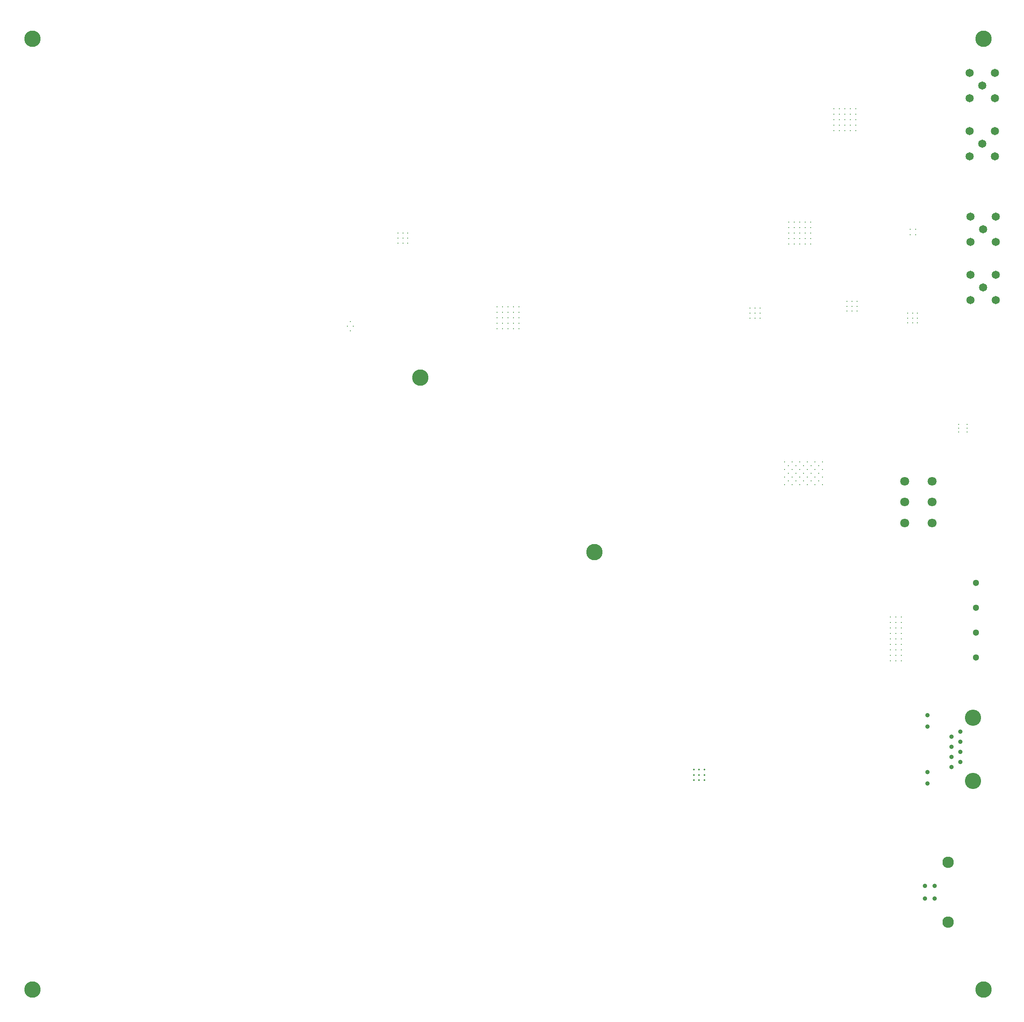
<source format=gbr>
%TF.GenerationSoftware,Altium Limited,Altium Designer,23.11.1 (41)*%
G04 Layer_Color=0*
%FSLAX45Y45*%
%MOMM*%
%TF.SameCoordinates,85413206-E3E1-404A-8318-C17176F6EAC7*%
%TF.FilePolarity,Positive*%
%TF.FileFunction,Plated,1,12,PTH,Drill*%
%TF.Part,Single*%
G01*
G75*
%TA.AperFunction,ComponentDrill*%
%ADD244C,3.30000*%
%ADD245C,1.65000*%
%ADD246C,3.25120*%
%ADD247C,0.88900*%
%ADD248C,2.30000*%
%ADD249C,0.90000*%
%ADD250C,0.35000*%
%ADD251C,1.30000*%
%ADD252C,1.80340*%
%TA.AperFunction,ViaDrill,NotFilled*%
%ADD253C,0.15240*%
%ADD254C,0.30480*%
%ADD255C,0.30000*%
%ADD256C,0.20000*%
%ADD257C,0.25400*%
D244*
X11744001Y9247042D02*
D03*
X8244001Y12747042D02*
D03*
X457199Y19557999D02*
D03*
Y457199D02*
D03*
X19557999D02*
D03*
Y19557999D02*
D03*
D245*
X19276059Y17193259D02*
D03*
X19784059D02*
D03*
Y17701259D02*
D03*
X19276059D02*
D03*
X19530058Y17447260D02*
D03*
X19545297Y15731273D02*
D03*
X19291296Y15985274D02*
D03*
X19799297D02*
D03*
Y15477274D02*
D03*
X19291296D02*
D03*
X19545297Y14562872D02*
D03*
X19291296Y14816873D02*
D03*
X19799297D02*
D03*
Y14308873D02*
D03*
X19291296D02*
D03*
X19530058Y18615659D02*
D03*
X19276059Y18869659D02*
D03*
X19784059D02*
D03*
Y18361659D02*
D03*
X19276059D02*
D03*
D246*
X19339796Y5918199D02*
D03*
Y4648199D02*
D03*
D247*
X19085797Y5638799D02*
D03*
Y5435599D02*
D03*
Y5232399D02*
D03*
Y5029199D02*
D03*
X18907997Y5537199D02*
D03*
Y5333999D02*
D03*
Y5130799D02*
D03*
Y4927599D02*
D03*
X18425397Y5968999D02*
D03*
Y4825999D02*
D03*
Y4597399D02*
D03*
Y5740399D02*
D03*
D248*
X18846799Y3014999D02*
D03*
Y1810998D02*
D03*
D249*
X18576802Y2288000D02*
D03*
Y2538002D02*
D03*
X18376802Y2288000D02*
D03*
Y2538002D02*
D03*
D250*
X13736798Y4875698D02*
D03*
X13843797D02*
D03*
X13950798D02*
D03*
X13736798Y4768698D02*
D03*
X13843797D02*
D03*
X13950798D02*
D03*
X13736798Y4661698D02*
D03*
X13843797D02*
D03*
X13950798D02*
D03*
D251*
X19405598Y7128001D02*
D03*
Y7628000D02*
D03*
Y8127999D02*
D03*
Y8627998D02*
D03*
D252*
X17973201Y9828000D02*
D03*
Y10248000D02*
D03*
Y10667999D02*
D03*
X18523198Y9828000D02*
D03*
Y10248000D02*
D03*
Y10667999D02*
D03*
D253*
X5372100Y10528300D02*
D03*
X4280330Y10687101D02*
D03*
Y10864900D02*
D03*
X7151218Y12664638D02*
D03*
Y12867838D02*
D03*
X7354418D02*
D03*
Y12664638D02*
D03*
X7544918D02*
D03*
Y12867838D02*
D03*
X6948018Y12664638D02*
D03*
Y12867838D02*
D03*
X7748118Y12664638D02*
D03*
Y12867838D02*
D03*
X3149600Y14147946D02*
D03*
Y14960745D02*
D03*
Y14757545D02*
D03*
Y14554346D02*
D03*
Y14351146D02*
D03*
Y16789546D02*
D03*
Y16586346D02*
D03*
Y16383147D02*
D03*
Y15773546D02*
D03*
Y15976746D02*
D03*
Y16179945D02*
D03*
Y15570346D02*
D03*
Y15367146D02*
D03*
Y15163947D02*
D03*
Y18211800D02*
D03*
Y18414999D02*
D03*
Y18618201D02*
D03*
Y18008600D02*
D03*
Y17805400D02*
D03*
Y17602200D02*
D03*
Y16992599D02*
D03*
Y17195799D02*
D03*
Y17399001D02*
D03*
Y18821400D02*
D03*
X2743200Y12725254D02*
D03*
Y12522054D02*
D03*
Y12928600D02*
D03*
Y13335001D02*
D03*
Y13538200D02*
D03*
Y13131799D02*
D03*
X5461000Y14770245D02*
D03*
Y14973447D02*
D03*
Y16395847D02*
D03*
Y16599046D02*
D03*
Y16802246D02*
D03*
Y16192645D02*
D03*
Y15989445D02*
D03*
Y15786246D02*
D03*
Y15176646D02*
D03*
Y15379846D02*
D03*
Y15583046D02*
D03*
Y18630901D02*
D03*
Y18427699D02*
D03*
Y18224500D02*
D03*
Y17614900D02*
D03*
Y17818100D02*
D03*
Y18021300D02*
D03*
Y17411700D02*
D03*
Y17208501D02*
D03*
Y17005299D02*
D03*
Y18834100D02*
D03*
X5257800Y14973447D02*
D03*
Y14770245D02*
D03*
X5054600D02*
D03*
Y14973447D02*
D03*
Y16395847D02*
D03*
Y16599046D02*
D03*
Y16802246D02*
D03*
X5257800D02*
D03*
Y16599046D02*
D03*
Y16395847D02*
D03*
Y15786246D02*
D03*
Y15989445D02*
D03*
Y16192645D02*
D03*
X5054600D02*
D03*
Y15989445D02*
D03*
Y15786246D02*
D03*
Y15176646D02*
D03*
Y15379846D02*
D03*
Y15583046D02*
D03*
X5257800D02*
D03*
Y15379846D02*
D03*
Y15176646D02*
D03*
X5054600Y18630901D02*
D03*
Y18427699D02*
D03*
Y18224500D02*
D03*
X5257800D02*
D03*
Y18427699D02*
D03*
Y18630901D02*
D03*
Y18021300D02*
D03*
Y17818100D02*
D03*
Y17614900D02*
D03*
X5054600D02*
D03*
Y17818100D02*
D03*
Y18021300D02*
D03*
Y17411700D02*
D03*
Y17208501D02*
D03*
Y17005299D02*
D03*
X5257800D02*
D03*
Y17208501D02*
D03*
Y17411700D02*
D03*
Y18834100D02*
D03*
X5054600D02*
D03*
X2743200Y18821400D02*
D03*
X2946400D02*
D03*
Y17399001D02*
D03*
Y17195799D02*
D03*
Y16992599D02*
D03*
X2743200D02*
D03*
Y17195799D02*
D03*
Y17399001D02*
D03*
Y18008600D02*
D03*
Y17805400D02*
D03*
Y17602200D02*
D03*
X2946400D02*
D03*
Y17805400D02*
D03*
Y18008600D02*
D03*
Y18618201D02*
D03*
Y18414999D02*
D03*
Y18211800D02*
D03*
X2743200D02*
D03*
Y18414999D02*
D03*
Y18618201D02*
D03*
X2946400Y15163947D02*
D03*
Y15367146D02*
D03*
Y15570346D02*
D03*
X2743200D02*
D03*
Y15367146D02*
D03*
Y15163947D02*
D03*
Y15773546D02*
D03*
Y15976746D02*
D03*
Y16179945D02*
D03*
X2946400D02*
D03*
Y15976746D02*
D03*
Y15773546D02*
D03*
Y16383147D02*
D03*
Y16586346D02*
D03*
Y16789546D02*
D03*
X2743200D02*
D03*
Y16586346D02*
D03*
Y16383147D02*
D03*
X2946400Y14351146D02*
D03*
X2743200D02*
D03*
Y14960745D02*
D03*
Y14757545D02*
D03*
Y14554346D02*
D03*
X2946400D02*
D03*
Y14757545D02*
D03*
Y14960745D02*
D03*
X2743200Y14147946D02*
D03*
X2946400D02*
D03*
X2743200Y13741400D02*
D03*
Y13944600D02*
D03*
X15201900Y14300200D02*
D03*
X15405099D02*
D03*
Y14503400D02*
D03*
X15201900D02*
D03*
X15608299D02*
D03*
X15811501D02*
D03*
Y14300200D02*
D03*
X15608299D02*
D03*
X17183099Y13893800D02*
D03*
X14833600Y15530302D02*
D03*
X14935201D02*
D03*
Y15428702D02*
D03*
X14833600D02*
D03*
X18834100Y19215100D02*
D03*
Y19418300D02*
D03*
Y19608800D02*
D03*
Y19812000D02*
D03*
X18224500D02*
D03*
X18427699D02*
D03*
X18630901D02*
D03*
Y19608800D02*
D03*
X18427699D02*
D03*
X18224500D02*
D03*
Y19418300D02*
D03*
X18427699D02*
D03*
X18630901D02*
D03*
Y19215100D02*
D03*
X18427699D02*
D03*
X18224500D02*
D03*
X14389101D02*
D03*
X14592300D02*
D03*
X14795500D02*
D03*
Y19418300D02*
D03*
X14592300D02*
D03*
X14389101D02*
D03*
Y19608800D02*
D03*
X14592300D02*
D03*
X14795500D02*
D03*
Y19812000D02*
D03*
X14592300D02*
D03*
X14389101D02*
D03*
X14998700D02*
D03*
X15201900D02*
D03*
X15405099D02*
D03*
Y19608800D02*
D03*
X15201900D02*
D03*
X14998700D02*
D03*
Y19418300D02*
D03*
X15201900D02*
D03*
X15405099D02*
D03*
Y19215100D02*
D03*
X15201900D02*
D03*
X14998700D02*
D03*
X15608299D02*
D03*
X15811501D02*
D03*
X16014700D02*
D03*
Y19418300D02*
D03*
X15811501D02*
D03*
X15608299D02*
D03*
Y19608800D02*
D03*
X15811501D02*
D03*
X16014700D02*
D03*
Y19812000D02*
D03*
X15811501D02*
D03*
X15608299D02*
D03*
X16611600D02*
D03*
X16814799D02*
D03*
X17017999D02*
D03*
Y19608800D02*
D03*
X16814799D02*
D03*
X16611600D02*
D03*
Y19418300D02*
D03*
X16814799D02*
D03*
X17017999D02*
D03*
X16611600Y19215100D02*
D03*
X16205200D02*
D03*
X16408400D02*
D03*
Y19418300D02*
D03*
X16205200D02*
D03*
Y19608800D02*
D03*
X16408400D02*
D03*
Y19812000D02*
D03*
X16205200D02*
D03*
X17208501D02*
D03*
X17411700D02*
D03*
Y19608800D02*
D03*
X17208501D02*
D03*
Y19418300D02*
D03*
X17411700D02*
D03*
Y19215100D02*
D03*
X17208501D02*
D03*
X17614900D02*
D03*
X17818100D02*
D03*
X18021300D02*
D03*
Y19418300D02*
D03*
X17818100D02*
D03*
X17614900D02*
D03*
Y19608800D02*
D03*
X17818100D02*
D03*
X18021300D02*
D03*
Y19812000D02*
D03*
X17818100D02*
D03*
X17614900D02*
D03*
X19843686Y13747263D02*
D03*
X19640488D02*
D03*
X19437286D02*
D03*
X19500482Y15029259D02*
D03*
X19703682D02*
D03*
Y15232458D02*
D03*
X19500482D02*
D03*
X19297282D02*
D03*
Y15029259D02*
D03*
X19316701Y16357600D02*
D03*
Y16560800D02*
D03*
X19519901D02*
D03*
X19723100D02*
D03*
Y16357600D02*
D03*
X19519901D02*
D03*
X17297400Y16738600D02*
D03*
X17500600D02*
D03*
X17703799D02*
D03*
Y16941800D02*
D03*
X17500600D02*
D03*
X17297400D02*
D03*
X17907001D02*
D03*
X18110201D02*
D03*
X18313400D02*
D03*
Y16738600D02*
D03*
X18110201D02*
D03*
X17907001D02*
D03*
X18516600D02*
D03*
X18719800D02*
D03*
X18923000D02*
D03*
Y16941800D02*
D03*
X18719800D02*
D03*
X18516600D02*
D03*
X19519901D02*
D03*
X19723100D02*
D03*
Y16738600D02*
D03*
X19519901D02*
D03*
X19113499D02*
D03*
X19316701D02*
D03*
Y16941800D02*
D03*
X19113499D02*
D03*
X13462000Y16738600D02*
D03*
X13665199D02*
D03*
X13868401D02*
D03*
Y16941800D02*
D03*
X13665199D02*
D03*
X13462000D02*
D03*
X14071600D02*
D03*
X14274800D02*
D03*
X14478000D02*
D03*
Y16738600D02*
D03*
X14274800D02*
D03*
X14071600D02*
D03*
X14681200D02*
D03*
X14884399D02*
D03*
X15087601D02*
D03*
Y16941800D02*
D03*
X14884399D02*
D03*
X14681200D02*
D03*
X15684500D02*
D03*
X15887700D02*
D03*
X16090900D02*
D03*
Y16738600D02*
D03*
X15887700D02*
D03*
X15684500D02*
D03*
X15278101D02*
D03*
X15481300D02*
D03*
Y16941800D02*
D03*
X15278101D02*
D03*
X16281400D02*
D03*
X16484599D02*
D03*
Y16738600D02*
D03*
X16281400D02*
D03*
X16687801D02*
D03*
X16891000D02*
D03*
X17094200D02*
D03*
Y16941800D02*
D03*
X16891000D02*
D03*
X16687801D02*
D03*
X16916400Y13627100D02*
D03*
Y13436600D02*
D03*
X17373599Y13309599D02*
D03*
X17183099D02*
D03*
X17843500Y13404388D02*
D03*
X17653000D02*
D03*
X4368800Y12280900D02*
D03*
Y12484100D02*
D03*
X4165600D02*
D03*
Y12280900D02*
D03*
X4775200D02*
D03*
Y12484100D02*
D03*
Y12687300D02*
D03*
X4572000D02*
D03*
Y12484100D02*
D03*
Y12280900D02*
D03*
Y12890500D02*
D03*
X4775200D02*
D03*
X14414500Y13462000D02*
D03*
X14617700D02*
D03*
X14808200D02*
D03*
X14211301D02*
D03*
X14008099D02*
D03*
X13817599D02*
D03*
X13614400D02*
D03*
X16256000Y13068300D02*
D03*
Y13271500D02*
D03*
Y13474699D02*
D03*
X16459200D02*
D03*
Y13271500D02*
D03*
Y13068300D02*
D03*
X16649699D02*
D03*
Y13271500D02*
D03*
Y13474699D02*
D03*
X16052800Y13068300D02*
D03*
Y13271500D02*
D03*
Y13474699D02*
D03*
X15849600D02*
D03*
Y13271500D02*
D03*
Y13068300D02*
D03*
X15659100D02*
D03*
Y13271500D02*
D03*
Y13474699D02*
D03*
X15455901D02*
D03*
Y13271500D02*
D03*
Y13068300D02*
D03*
X16992599Y12026900D02*
D03*
X17195799D02*
D03*
X17399001D02*
D03*
Y11823700D02*
D03*
X17195799D02*
D03*
X16992599D02*
D03*
Y11633200D02*
D03*
X17195799D02*
D03*
X17399001D02*
D03*
X16992599Y12230100D02*
D03*
X17195799D02*
D03*
X17399001D02*
D03*
Y12433300D02*
D03*
X17195799D02*
D03*
X16992599D02*
D03*
Y12623800D02*
D03*
X17195799D02*
D03*
X17399001D02*
D03*
Y12827000D02*
D03*
X17195799D02*
D03*
X16992599D02*
D03*
X17589500Y12026900D02*
D03*
Y11823700D02*
D03*
Y11633200D02*
D03*
Y12230100D02*
D03*
Y12433300D02*
D03*
Y12623800D02*
D03*
Y12827000D02*
D03*
X15875000Y11430000D02*
D03*
Y11633200D02*
D03*
X15671800D02*
D03*
Y11430000D02*
D03*
X13842999Y10363200D02*
D03*
Y10160000D02*
D03*
X13639799Y9956800D02*
D03*
X13233400D02*
D03*
X13436600D02*
D03*
X13030200D02*
D03*
Y9753600D02*
D03*
X13233400Y9550400D02*
D03*
X13436600D02*
D03*
Y9753600D02*
D03*
X13233400D02*
D03*
X13842999Y9956800D02*
D03*
X14452600Y9753600D02*
D03*
X13842999D02*
D03*
X13639799D02*
D03*
Y9550400D02*
D03*
X13842999D02*
D03*
X14046201D02*
D03*
X14249400D02*
D03*
Y9753600D02*
D03*
X14046201D02*
D03*
X14249400Y10363200D02*
D03*
X14046201D02*
D03*
X14249400Y10566400D02*
D03*
Y10160000D02*
D03*
X14046201D02*
D03*
Y9956800D02*
D03*
X14249400D02*
D03*
X14452600D02*
D03*
X14655800D02*
D03*
X14859000Y10160000D02*
D03*
X14655800D02*
D03*
X14452600D02*
D03*
Y10566400D02*
D03*
X14655800D02*
D03*
X14859000D02*
D03*
Y10363200D02*
D03*
X14655800D02*
D03*
X14452600D02*
D03*
Y10769600D02*
D03*
X14655800D02*
D03*
X14859000D02*
D03*
Y10972800D02*
D03*
X14655800D02*
D03*
X14452600D02*
D03*
Y11163300D02*
D03*
X14655800D02*
D03*
X14859000D02*
D03*
Y11366500D02*
D03*
X14655800D02*
D03*
X14452600D02*
D03*
X15062199D02*
D03*
Y11163300D02*
D03*
Y10972800D02*
D03*
Y10769600D02*
D03*
Y10363200D02*
D03*
Y10566400D02*
D03*
X12781084Y11836143D02*
D03*
X12577884D02*
D03*
Y11645643D02*
D03*
X12781084D02*
D03*
X10937690Y8966995D02*
D03*
X10734490D02*
D03*
Y8776495D02*
D03*
X10937690D02*
D03*
X10942858Y8611174D02*
D03*
X10739658D02*
D03*
Y8420674D02*
D03*
X10942858D02*
D03*
X12978603Y8260624D02*
D03*
X13181802D02*
D03*
X13385002D02*
D03*
Y8463824D02*
D03*
X13181802D02*
D03*
X12978603D02*
D03*
Y8654324D02*
D03*
X13181802D02*
D03*
X13385002D02*
D03*
Y8857524D02*
D03*
X13181802D02*
D03*
X12978603D02*
D03*
X13588202D02*
D03*
Y8654324D02*
D03*
Y8463824D02*
D03*
Y8260624D02*
D03*
X16710316Y9955931D02*
D03*
Y10159131D02*
D03*
X16507117D02*
D03*
Y9955931D02*
D03*
X16316617D02*
D03*
Y10159131D02*
D03*
X16113417D02*
D03*
Y9955931D02*
D03*
X15388223Y8705776D02*
D03*
X15591425D02*
D03*
Y8908976D02*
D03*
X15388223D02*
D03*
Y9099476D02*
D03*
X15591425D02*
D03*
Y9302676D02*
D03*
X15388223D02*
D03*
X14852403Y7463787D02*
D03*
X15055605D02*
D03*
X15258804D02*
D03*
X14852403Y7666987D02*
D03*
X15055605D02*
D03*
X15258804D02*
D03*
Y7870187D02*
D03*
X15055605D02*
D03*
X14852403D02*
D03*
Y8060687D02*
D03*
X15055605D02*
D03*
X15258804D02*
D03*
Y8263887D02*
D03*
X15055605D02*
D03*
X14852403D02*
D03*
X15462004D02*
D03*
X15665204D02*
D03*
Y8060687D02*
D03*
X15462004D02*
D03*
Y7870187D02*
D03*
X15665204D02*
D03*
Y7666987D02*
D03*
X15462004D02*
D03*
X15665204Y7463787D02*
D03*
X15462004D02*
D03*
X17447357Y9643941D02*
D03*
X17637857Y9847141D02*
D03*
Y9643941D02*
D03*
X4038600Y5613400D02*
D03*
X4241800D02*
D03*
X4445000D02*
D03*
Y5410200D02*
D03*
X4241800D02*
D03*
X4038600D02*
D03*
Y5219700D02*
D03*
X4241800D02*
D03*
X4445000D02*
D03*
Y5016500D02*
D03*
X4241800D02*
D03*
X4038600D02*
D03*
Y5816600D02*
D03*
X4241800D02*
D03*
X4445000D02*
D03*
Y6019800D02*
D03*
X4241800D02*
D03*
X4038600D02*
D03*
Y6210300D02*
D03*
X4241800D02*
D03*
X4445000D02*
D03*
Y6413500D02*
D03*
X4241800D02*
D03*
X4038600D02*
D03*
X4648200D02*
D03*
X4851400D02*
D03*
X5054600D02*
D03*
Y6210300D02*
D03*
X4851400D02*
D03*
X4648200D02*
D03*
Y6019800D02*
D03*
X4851400D02*
D03*
X5054600D02*
D03*
Y5816600D02*
D03*
X4851400D02*
D03*
X4648200D02*
D03*
Y5016500D02*
D03*
X4851400D02*
D03*
X5054600D02*
D03*
Y5219700D02*
D03*
X4851400D02*
D03*
X4648200D02*
D03*
Y5410200D02*
D03*
X4851400D02*
D03*
X5054600D02*
D03*
Y5613400D02*
D03*
X4851400D02*
D03*
X4648200D02*
D03*
X5257800D02*
D03*
X5461000D02*
D03*
X5664200D02*
D03*
Y5410200D02*
D03*
X5461000D02*
D03*
X5257800D02*
D03*
Y5219700D02*
D03*
X5461000D02*
D03*
X5664200D02*
D03*
Y5016500D02*
D03*
X5461000D02*
D03*
X5257800D02*
D03*
Y5816600D02*
D03*
X5461000D02*
D03*
X5664200D02*
D03*
Y6019800D02*
D03*
X5461000D02*
D03*
X5257800D02*
D03*
Y6210300D02*
D03*
X5461000D02*
D03*
X5664200D02*
D03*
Y6413500D02*
D03*
X5461000D02*
D03*
X5257800D02*
D03*
X6261100D02*
D03*
X6464300D02*
D03*
X6667500D02*
D03*
Y6210300D02*
D03*
X6464300D02*
D03*
X6261100D02*
D03*
Y6019800D02*
D03*
X6464300D02*
D03*
X6667500D02*
D03*
Y5816600D02*
D03*
X6464300D02*
D03*
X6261100D02*
D03*
Y5016500D02*
D03*
X6464300D02*
D03*
X6667500D02*
D03*
Y5219700D02*
D03*
X6464300D02*
D03*
X6261100D02*
D03*
Y5410200D02*
D03*
X6464300D02*
D03*
X6667500D02*
D03*
Y5613400D02*
D03*
X6464300D02*
D03*
X6261100D02*
D03*
X5854700D02*
D03*
X6057900D02*
D03*
Y5410200D02*
D03*
X5854700D02*
D03*
Y5219700D02*
D03*
X6057900D02*
D03*
Y5016500D02*
D03*
X5854700D02*
D03*
Y5816600D02*
D03*
X6057900D02*
D03*
Y6019800D02*
D03*
X5854700D02*
D03*
Y6210300D02*
D03*
X6057900D02*
D03*
Y6413500D02*
D03*
X5854700D02*
D03*
X8458200Y14363699D02*
D03*
X8661400D02*
D03*
Y14160500D02*
D03*
X8458200D02*
D03*
Y14566901D02*
D03*
X8661400D02*
D03*
Y14770100D02*
D03*
X8458200D02*
D03*
Y14960600D02*
D03*
X8661400D02*
D03*
X8255000D02*
D03*
X8051800D02*
D03*
X7848600D02*
D03*
Y14770100D02*
D03*
X8051800D02*
D03*
X8255000D02*
D03*
Y14566901D02*
D03*
X8051800D02*
D03*
X7848600D02*
D03*
Y14160500D02*
D03*
X8051800D02*
D03*
X8255000D02*
D03*
Y14363699D02*
D03*
X8051800D02*
D03*
X7848600D02*
D03*
X10706100Y12953999D02*
D03*
Y12750800D02*
D03*
X11303000D02*
D03*
X11112500D02*
D03*
Y12953999D02*
D03*
X10909300D02*
D03*
Y12750800D02*
D03*
X9906000Y12953999D02*
D03*
Y12750800D02*
D03*
X10502900Y12953999D02*
D03*
Y12750800D02*
D03*
X10312400D02*
D03*
Y12953999D02*
D03*
X10109200D02*
D03*
Y12750800D02*
D03*
X9105900Y12953999D02*
D03*
Y12750800D02*
D03*
X9702800Y12953999D02*
D03*
Y12750800D02*
D03*
X9512300D02*
D03*
Y12953999D02*
D03*
X9309100D02*
D03*
Y12750800D02*
D03*
X10942858Y8062012D02*
D03*
X10739658D02*
D03*
Y8252512D02*
D03*
X10942858D02*
D03*
X12090400Y9842500D02*
D03*
X12293600Y9639300D02*
D03*
X12090400D02*
D03*
X12293600Y9436100D02*
D03*
X12090400D02*
D03*
X12293600Y9842500D02*
D03*
Y10045700D02*
D03*
X12090400D02*
D03*
Y11252200D02*
D03*
X12293600D02*
D03*
Y11049000D02*
D03*
X12090400D02*
D03*
Y10858500D02*
D03*
X12293600D02*
D03*
Y10655300D02*
D03*
X12090400D02*
D03*
Y10248900D02*
D03*
X12293600D02*
D03*
Y10452100D02*
D03*
X12090400D02*
D03*
Y12458700D02*
D03*
X12293600D02*
D03*
Y12255500D02*
D03*
X12090400D02*
D03*
Y12065000D02*
D03*
X12293600D02*
D03*
Y11861800D02*
D03*
X12090400D02*
D03*
Y11455400D02*
D03*
X12293600D02*
D03*
Y11658600D02*
D03*
X12090400D02*
D03*
X10236200Y9258300D02*
D03*
X10033000D02*
D03*
X9436100Y8851900D02*
D03*
Y9055100D02*
D03*
X9639300D02*
D03*
Y8851900D02*
D03*
X9829800D02*
D03*
Y9055100D02*
D03*
X10033000D02*
D03*
Y8851900D02*
D03*
Y8242300D02*
D03*
Y8445500D02*
D03*
Y8648700D02*
D03*
X9829800D02*
D03*
Y8445500D02*
D03*
Y8242300D02*
D03*
X9639300D02*
D03*
Y8445500D02*
D03*
Y8648700D02*
D03*
X9436100D02*
D03*
Y8445500D02*
D03*
Y8242300D02*
D03*
Y8039100D02*
D03*
X9639300D02*
D03*
X9829800D02*
D03*
X10033000D02*
D03*
X4368800Y12687300D02*
D03*
Y12890500D02*
D03*
X3759200D02*
D03*
X3962400D02*
D03*
X4165600D02*
D03*
Y12687300D02*
D03*
X3962400D02*
D03*
X3759200D02*
D03*
Y13093700D02*
D03*
X3962400D02*
D03*
X4165600D02*
D03*
Y13296899D02*
D03*
X3962400D02*
D03*
X3759200D02*
D03*
X4368800D02*
D03*
X4572000D02*
D03*
X4775200D02*
D03*
Y13093700D02*
D03*
X4572000D02*
D03*
X4368800D02*
D03*
X4978400D02*
D03*
X5181600D02*
D03*
X5384800D02*
D03*
Y13296899D02*
D03*
X5181600D02*
D03*
X4978400D02*
D03*
X3556000Y13741400D02*
D03*
X3352800D02*
D03*
X3149600D02*
D03*
Y13944600D02*
D03*
X3352800D02*
D03*
X3556000D02*
D03*
X2946400D02*
D03*
Y13741400D02*
D03*
X4978400Y13944600D02*
D03*
X5181600D02*
D03*
X5384800D02*
D03*
Y13741400D02*
D03*
X5181600D02*
D03*
X4978400D02*
D03*
X4368800D02*
D03*
X4572000D02*
D03*
X4775200D02*
D03*
Y13944600D02*
D03*
X4572000D02*
D03*
X4368800D02*
D03*
X3759200D02*
D03*
X3962400D02*
D03*
X4165600D02*
D03*
Y13741400D02*
D03*
X3962400D02*
D03*
X3759200D02*
D03*
X10638224Y16624300D02*
D03*
X10828724D02*
D03*
X11031924D02*
D03*
Y16827499D02*
D03*
X10828724D02*
D03*
X10638224D02*
D03*
X10106982Y15748000D02*
D03*
X10310182D02*
D03*
X10500682D02*
D03*
X11899900D02*
D03*
X11709400D02*
D03*
X10718800Y15951199D02*
D03*
X10909300D02*
D03*
X11112500D02*
D03*
X11506200D02*
D03*
X11315700D02*
D03*
Y15748000D02*
D03*
X11506200D02*
D03*
X11112500D02*
D03*
X10909300D02*
D03*
X10718800D02*
D03*
X11709400Y16929100D02*
D03*
Y16725900D02*
D03*
Y16535400D02*
D03*
Y16332201D02*
D03*
Y15951199D02*
D03*
Y16128999D02*
D03*
X11912600D02*
D03*
Y15951199D02*
D03*
Y16332201D02*
D03*
Y16535400D02*
D03*
Y16725900D02*
D03*
Y16929100D02*
D03*
X3506901Y10014000D02*
D03*
X3862501D02*
D03*
X3684701D02*
D03*
X3862501Y10268000D02*
D03*
X3684701D02*
D03*
X3506901D02*
D03*
X3684701Y10522000D02*
D03*
X3862501D02*
D03*
X3506901D02*
D03*
X2783001Y10522002D02*
D03*
X2605201D02*
D03*
X3138601D02*
D03*
X2960801D02*
D03*
Y10014000D02*
D03*
X3138601D02*
D03*
X2960801Y10268000D02*
D03*
X3138601D02*
D03*
X2783001Y10014000D02*
D03*
X2605201D02*
D03*
Y10268000D02*
D03*
X2783001D02*
D03*
X13779500Y19812000D02*
D03*
X13982700D02*
D03*
X14185899D02*
D03*
Y19608800D02*
D03*
X13982700D02*
D03*
X13779500D02*
D03*
Y19418300D02*
D03*
X13982700D02*
D03*
X14185899D02*
D03*
Y19215100D02*
D03*
X13982700D02*
D03*
X13779500D02*
D03*
X13373100D02*
D03*
X13576300D02*
D03*
Y19418300D02*
D03*
X13373100D02*
D03*
Y19608800D02*
D03*
X13576300D02*
D03*
Y19812000D02*
D03*
X13373100D02*
D03*
X12369800D02*
D03*
X12573000D02*
D03*
Y19608800D02*
D03*
X12369800D02*
D03*
Y19418300D02*
D03*
X12573000D02*
D03*
Y19215100D02*
D03*
X12369800D02*
D03*
Y18414999D02*
D03*
X12573000D02*
D03*
Y18618201D02*
D03*
X12369800D02*
D03*
Y18808701D02*
D03*
X12573000D02*
D03*
Y19011900D02*
D03*
X12369800D02*
D03*
X12776200D02*
D03*
X12979401D02*
D03*
X13182600D02*
D03*
Y18808701D02*
D03*
X12979401D02*
D03*
X12776200D02*
D03*
Y18618201D02*
D03*
X12979401D02*
D03*
X13182600D02*
D03*
Y18414999D02*
D03*
X12979401D02*
D03*
X12776200D02*
D03*
Y19215100D02*
D03*
X12979401D02*
D03*
X13182600D02*
D03*
Y19418300D02*
D03*
X12979401D02*
D03*
X12776200D02*
D03*
Y19608800D02*
D03*
X12979401D02*
D03*
X13182600D02*
D03*
Y19812000D02*
D03*
X12979401D02*
D03*
X12776200D02*
D03*
X11772900D02*
D03*
X11976100D02*
D03*
X12179300D02*
D03*
Y19608800D02*
D03*
X11976100D02*
D03*
X11772900D02*
D03*
Y19418300D02*
D03*
X11976100D02*
D03*
X12179300D02*
D03*
Y19215100D02*
D03*
X11976100D02*
D03*
X11772900D02*
D03*
Y18414999D02*
D03*
X11976100D02*
D03*
X12179300D02*
D03*
Y18618201D02*
D03*
X11976100D02*
D03*
X11772900D02*
D03*
Y18808701D02*
D03*
X11976100D02*
D03*
X12179300D02*
D03*
Y19011900D02*
D03*
X11976100D02*
D03*
X11772900D02*
D03*
X11163300D02*
D03*
X11366500D02*
D03*
X11569700D02*
D03*
Y18808701D02*
D03*
X11366500D02*
D03*
X11163300D02*
D03*
Y18618201D02*
D03*
X11366500D02*
D03*
X11569700D02*
D03*
Y18414999D02*
D03*
X11366500D02*
D03*
X11163300D02*
D03*
Y19215100D02*
D03*
X11366500D02*
D03*
X11569700D02*
D03*
Y19418300D02*
D03*
X11366500D02*
D03*
X11163300D02*
D03*
Y19608800D02*
D03*
X11366500D02*
D03*
X11569700D02*
D03*
Y19812000D02*
D03*
X11366500D02*
D03*
X11163300D02*
D03*
X10553700D02*
D03*
X10756900D02*
D03*
X10960100D02*
D03*
Y19608800D02*
D03*
X10756900D02*
D03*
X10553700D02*
D03*
Y19418300D02*
D03*
X10756900D02*
D03*
X10960100D02*
D03*
Y19215100D02*
D03*
X10756900D02*
D03*
X10553700D02*
D03*
Y18414999D02*
D03*
X10756900D02*
D03*
X10960100D02*
D03*
Y18618201D02*
D03*
X10756900D02*
D03*
X10553700D02*
D03*
Y18808701D02*
D03*
X10756900D02*
D03*
X10960100D02*
D03*
Y19011900D02*
D03*
X10756900D02*
D03*
X10553700D02*
D03*
X7607300Y16637000D02*
D03*
X7200900Y18237199D02*
D03*
X7404100Y18034000D02*
D03*
Y18237199D02*
D03*
X7810500Y17437100D02*
D03*
X8013700D02*
D03*
Y17233900D02*
D03*
X7810500D02*
D03*
Y17043401D02*
D03*
X8013700D02*
D03*
Y16840199D02*
D03*
X7810500D02*
D03*
Y17640300D02*
D03*
X8013700D02*
D03*
Y17843500D02*
D03*
X7810500D02*
D03*
Y18034000D02*
D03*
X8013700D02*
D03*
Y18237199D02*
D03*
X7810500D02*
D03*
X7607300D02*
D03*
Y18034000D02*
D03*
Y17843500D02*
D03*
Y17640300D02*
D03*
Y16840199D02*
D03*
Y17043401D02*
D03*
Y17233900D02*
D03*
Y17437100D02*
D03*
X7200900Y19037300D02*
D03*
X7404100D02*
D03*
X7607300D02*
D03*
Y18834100D02*
D03*
X7404100D02*
D03*
X7200900D02*
D03*
Y18643600D02*
D03*
X7404100D02*
D03*
X7607300D02*
D03*
Y18440401D02*
D03*
X7404100D02*
D03*
X7200900D02*
D03*
Y19240500D02*
D03*
X7404100D02*
D03*
X7607300D02*
D03*
Y19443700D02*
D03*
X7404100D02*
D03*
X7200900D02*
D03*
Y19634200D02*
D03*
X7404100D02*
D03*
X7607300D02*
D03*
Y19837399D02*
D03*
X7404100D02*
D03*
X7200900D02*
D03*
X7810500D02*
D03*
X8013700D02*
D03*
X8216900D02*
D03*
Y19634200D02*
D03*
X8013700D02*
D03*
X7810500D02*
D03*
Y19443700D02*
D03*
X8013700D02*
D03*
X8216900D02*
D03*
Y19240500D02*
D03*
X8013700D02*
D03*
X7810500D02*
D03*
Y18440401D02*
D03*
X8013700D02*
D03*
X8216900D02*
D03*
Y18643600D02*
D03*
X8013700D02*
D03*
X7810500D02*
D03*
Y18834100D02*
D03*
X8013700D02*
D03*
X8216900D02*
D03*
Y19037300D02*
D03*
X8013700D02*
D03*
X7810500D02*
D03*
X19456400Y12280900D02*
D03*
X7630218Y15921773D02*
D03*
X7957726D02*
D03*
X9232900Y19634200D02*
D03*
Y19837399D02*
D03*
X9029700D02*
D03*
Y19634200D02*
D03*
X8420100Y19037300D02*
D03*
X8623300D02*
D03*
X8826500D02*
D03*
Y18834100D02*
D03*
X8623300D02*
D03*
X8420100D02*
D03*
Y18643600D02*
D03*
X8623300D02*
D03*
X8826500D02*
D03*
Y18440401D02*
D03*
X8623300D02*
D03*
X8420100D02*
D03*
Y19240500D02*
D03*
X8623300D02*
D03*
X8826500D02*
D03*
Y19443700D02*
D03*
X8623300D02*
D03*
X8420100D02*
D03*
Y19634200D02*
D03*
X8623300D02*
D03*
X8826500D02*
D03*
Y19837399D02*
D03*
X8623300D02*
D03*
X8420100D02*
D03*
X8663136Y17250072D02*
D03*
X9847730D02*
D03*
X18823940Y17145000D02*
D03*
X13928406Y15113776D02*
D03*
X14030005D02*
D03*
Y15215375D02*
D03*
X13928406D02*
D03*
X14131606D02*
D03*
X14233205D02*
D03*
Y15113776D02*
D03*
X14131606D02*
D03*
X14538005D02*
D03*
X14639606D02*
D03*
Y15215375D02*
D03*
X14538005D02*
D03*
X14334805D02*
D03*
X14436404D02*
D03*
Y15113776D02*
D03*
X14334805D02*
D03*
X13866614Y17697107D02*
D03*
Y17595506D02*
D03*
X13765015D02*
D03*
X13866614Y17493907D02*
D03*
X13765015D02*
D03*
X14476215Y17290707D02*
D03*
X14577814D02*
D03*
Y17392307D02*
D03*
X14476215D02*
D03*
X14679414D02*
D03*
X14781013D02*
D03*
Y17290707D02*
D03*
X14679414D02*
D03*
X14882614Y17392307D02*
D03*
Y17290707D02*
D03*
X14069814D02*
D03*
X14171414D02*
D03*
Y17392307D02*
D03*
X14069814D02*
D03*
X14273013D02*
D03*
X14374614D02*
D03*
Y17290707D02*
D03*
X14273013D02*
D03*
X13866614D02*
D03*
X13968214D02*
D03*
Y17392307D02*
D03*
X13866614D02*
D03*
X13663414D02*
D03*
X13765015D02*
D03*
Y17290707D02*
D03*
X13663414D02*
D03*
X13794951Y14275580D02*
D03*
X13712154D02*
D03*
X13890401Y14382274D02*
D03*
Y14275580D02*
D03*
Y14168886D02*
D03*
X13712154Y14382274D02*
D03*
Y14168886D02*
D03*
X13794951D02*
D03*
Y14381494D02*
D03*
X17417377Y14053064D02*
D03*
Y14168129D02*
D03*
X17531677Y14053064D02*
D03*
Y14168129D02*
D03*
Y13920557D02*
D03*
X17417377D02*
D03*
X17303078D02*
D03*
X17322800Y14168129D02*
D03*
Y14053064D02*
D03*
X17880219Y16177539D02*
D03*
X18897600Y18675349D02*
D03*
X18033975Y15057120D02*
D03*
X18669000Y14655800D02*
D03*
X18580099D02*
D03*
X18313400D02*
D03*
X18491200D02*
D03*
X18402299Y14262100D02*
D03*
X18313400Y14528799D02*
D03*
X18402299Y14389101D02*
D03*
X18745200Y14503400D02*
D03*
X18834100D02*
D03*
X18669000D02*
D03*
X18491200D02*
D03*
X18580099D02*
D03*
X19316701Y12242800D02*
D03*
X19164301D02*
D03*
X19037300Y12433300D02*
D03*
Y12357100D02*
D03*
Y12280900D02*
D03*
X19392900Y12242800D02*
D03*
X19240500D02*
D03*
X19088100D02*
D03*
X16291560Y14004626D02*
D03*
X16538608Y14224001D02*
D03*
X14776205Y5508290D02*
D03*
X13860983Y5429336D02*
D03*
X14001750Y5416822D02*
D03*
X14844901Y5510543D02*
D03*
X13939624Y5368079D02*
D03*
X14259438Y4536562D02*
D03*
X14262100Y5143500D02*
D03*
X14274800Y4610100D02*
D03*
X14262100Y4686300D02*
D03*
X13804700Y5458357D02*
D03*
X12746741Y4968358D02*
D03*
X12650711Y4261962D02*
D03*
X12650085Y4201480D02*
D03*
X12313582Y4597016D02*
D03*
X12482782Y4829051D02*
D03*
X12261091Y4565334D02*
D03*
X12549525Y4639803D02*
D03*
X12575331Y5007883D02*
D03*
X13119801Y5597695D02*
D03*
X13331709Y5719766D02*
D03*
X13364615Y5761747D02*
D03*
X14093794Y4311650D02*
D03*
X13391789Y4216712D02*
D03*
X13410951Y4160669D02*
D03*
X13204366Y4161311D02*
D03*
X13271387D02*
D03*
X12579447Y4719937D02*
D03*
X12582209Y4589165D02*
D03*
X12528365Y4974551D02*
D03*
X12698223Y4946196D02*
D03*
X12881729Y4201484D02*
D03*
X12882076Y4141866D02*
D03*
X12786911Y4726364D02*
D03*
X12910648Y5063735D02*
D03*
X12823483Y4924770D02*
D03*
X12871349Y4962167D02*
D03*
X12743040Y4696025D02*
D03*
X14166286Y4311322D02*
D03*
X12497783Y4886233D02*
D03*
X12623800Y4749800D02*
D03*
X10525001Y10300055D02*
D03*
X10325001D02*
D03*
X10025107Y10399904D02*
D03*
X9725147Y10200109D02*
D03*
X12958896Y5090752D02*
D03*
X6553418Y13697258D02*
D03*
X6622423Y13726859D02*
D03*
X6553418Y13765617D02*
D03*
Y13516515D02*
D03*
X6622423Y13665898D02*
D03*
Y13579538D02*
D03*
X6553418Y13579124D02*
D03*
X6622423Y13518578D02*
D03*
X13430029Y5685218D02*
D03*
X13472360Y5717373D02*
D03*
X13250858Y5555940D02*
D03*
X13289799Y5587999D02*
D03*
X13075121Y5563489D02*
D03*
X5695788Y10318625D02*
D03*
X5480595Y10325704D02*
D03*
X5602401Y10371003D02*
D03*
X5329351Y10317237D02*
D03*
X6247151Y9535116D02*
D03*
X6317502D02*
D03*
X6375005Y9536500D02*
D03*
X5548163Y9528799D02*
D03*
X5687490Y9541591D02*
D03*
X5424601Y9531001D02*
D03*
X6063135Y9545681D02*
D03*
X6132972Y9544594D02*
D03*
X10325100Y10900002D02*
D03*
X10425100Y10700002D02*
D03*
X10325100D02*
D03*
Y10800002D02*
D03*
X10125100D02*
D03*
X10225100D02*
D03*
X10325100Y10600002D02*
D03*
X10125100D02*
D03*
Y10500002D02*
D03*
X10225100Y10700002D02*
D03*
X10325100Y10500004D02*
D03*
X10225100Y10600280D02*
D03*
X10125100Y10700002D02*
D03*
X10525100Y12000002D02*
D03*
X9524901Y12000002D02*
D03*
X9724901D02*
D03*
X9324901D02*
D03*
X9224901D02*
D03*
X10225001Y12000102D02*
D03*
X10425100Y12000002D02*
D03*
X10125001Y12000102D02*
D03*
X10325001Y12000102D02*
D03*
X9624901Y12000002D02*
D03*
X9124901D02*
D03*
X10525100Y11900002D02*
D03*
X9125100D02*
D03*
X9724901D02*
D03*
X9524901D02*
D03*
X9924901D02*
D03*
X10625100D02*
D03*
X10125001Y11900102D02*
D03*
X9324901Y11900002D02*
D03*
X10225001Y11900102D02*
D03*
X9824901Y10700002D02*
D03*
X9724901Y10800002D02*
D03*
Y10700002D02*
D03*
Y10900002D02*
D03*
X9724885Y10600280D02*
D03*
X9824901Y10500005D02*
D03*
X9724885Y10500007D02*
D03*
X9725001Y10399903D02*
D03*
X9824901Y10900002D02*
D03*
Y10800002D02*
D03*
X9625162Y10900068D02*
D03*
X9824901Y10600280D02*
D03*
X9825001Y10399903D02*
D03*
X10125100Y10900002D02*
D03*
X10225100D02*
D03*
X10525100Y10600002D02*
D03*
X10625100Y10900002D02*
D03*
X9924901Y10700002D02*
D03*
X9925001Y10200002D02*
D03*
X9924901Y10600002D02*
D03*
Y11200002D02*
D03*
Y11100002D02*
D03*
X9925004Y10399886D02*
D03*
X9925001Y10100002D02*
D03*
X9924901Y10900002D02*
D03*
Y10800002D02*
D03*
Y10500005D02*
D03*
X10525100Y11500002D02*
D03*
X10427099Y11499999D02*
D03*
X10425100Y11800003D02*
D03*
X10425001Y11400102D02*
D03*
X10427099Y11599999D02*
D03*
X10425100Y11700000D02*
D03*
Y11200002D02*
D03*
X10725100Y11800003D02*
D03*
Y11200002D02*
D03*
X10525100Y11800001D02*
D03*
Y11700003D02*
D03*
X10625100Y11500002D02*
D03*
Y11800003D02*
D03*
X9724901Y11100002D02*
D03*
X9824901Y11200002D02*
D03*
Y11100002D02*
D03*
X9724901Y11200002D02*
D03*
X10125100Y11100002D02*
D03*
X10325100Y11200002D02*
D03*
X10125100D02*
D03*
X10325100Y11100002D02*
D03*
X10225100Y11200002D02*
D03*
Y11100002D02*
D03*
X10725100Y12200003D02*
D03*
X10625100D02*
D03*
Y12100002D02*
D03*
X9824901D02*
D03*
X10725100D02*
D03*
X9924901Y12200003D02*
D03*
X10425100D02*
D03*
X9824901D02*
D03*
X10425100Y12100000D02*
D03*
X10125001Y12100102D02*
D03*
X10525001Y9900002D02*
D03*
X10125100Y10000002D02*
D03*
X10325100Y10000006D02*
D03*
X10525100Y10000002D02*
D03*
X10625001D02*
D03*
X10125100Y9800002D02*
D03*
X10425100Y9900002D02*
D03*
X10325100D02*
D03*
X10725001D02*
D03*
X10525100Y9800002D02*
D03*
X10725100D02*
D03*
X10625100Y9900006D02*
D03*
X10725001Y10000002D02*
D03*
X10325100Y9800002D02*
D03*
X10225001Y12200102D02*
D03*
X9624902Y12299937D02*
D03*
X9224901Y12200003D02*
D03*
X9124901D02*
D03*
X9324901D02*
D03*
X9624902D02*
D03*
X9524901D02*
D03*
X9424901D02*
D03*
X9724901D02*
D03*
X10325001Y12200102D02*
D03*
X10325100Y10200002D02*
D03*
X10125100Y10400002D02*
D03*
X10225001Y10100002D02*
D03*
X10325100Y10100002D02*
D03*
X10225100Y10400002D02*
D03*
X10125100Y10100002D02*
D03*
X10425100Y10400002D02*
D03*
X10625001Y10200002D02*
D03*
X10225001D02*
D03*
X10425001D02*
D03*
X10725100Y10400002D02*
D03*
X10425100Y10300002D02*
D03*
X10625100D02*
D03*
X10725100Y10100002D02*
D03*
X9324901Y12100002D02*
D03*
X9724901Y12100002D02*
D03*
X9226034Y12100001D02*
D03*
X9624901Y12100002D02*
D03*
X9524901D02*
D03*
X9124901Y12100002D02*
D03*
X9825001Y10299903D02*
D03*
X9725001Y10100002D02*
D03*
X9725001Y10299903D02*
D03*
X9825001Y10200002D02*
D03*
Y10099903D02*
D03*
X6095001Y9720002D02*
D03*
X6175001Y9720001D02*
D03*
X5775001Y9720002D02*
D03*
X6015001D02*
D03*
X6255001D02*
D03*
X5935001D02*
D03*
X6335001D02*
D03*
X6015001Y9640002D02*
D03*
X5855001D02*
D03*
X5935001Y9800002D02*
D03*
X5855001D02*
D03*
X6175001Y9800000D02*
D03*
X6335001Y9800002D02*
D03*
X6095001D02*
D03*
X6015001D02*
D03*
X5775001Y10040002D02*
D03*
X5935001Y10040003D02*
D03*
X6175001Y10040002D02*
D03*
X6335001Y10120002D02*
D03*
X6095001Y10040002D02*
D03*
X2605201Y11030002D02*
D03*
Y11284002D02*
D03*
Y11538002D02*
D03*
X3506901Y9252002D02*
D03*
X3862501D02*
D03*
X3684701D02*
D03*
X3138601D02*
D03*
X2960801D02*
D03*
X2783001D02*
D03*
X4280330Y9264701D02*
D03*
Y9442501D02*
D03*
X4280201Y9353604D02*
D03*
X4280330Y9175547D02*
D03*
X5996101Y8998002D02*
D03*
X5805601D02*
D03*
X5894501Y8820202D02*
D03*
X5716701D02*
D03*
X5512748Y8651931D02*
D03*
X5690548D02*
D03*
X6554148Y8753531D02*
D03*
X6376348D02*
D03*
Y8982131D02*
D03*
X3684701Y11538002D02*
D03*
X3862501D02*
D03*
X2960801D02*
D03*
X2783001D02*
D03*
X4040301D02*
D03*
Y11792002D02*
D03*
X2783001Y9506002D02*
D03*
X6575001Y9640002D02*
D03*
X5855001Y9560002D02*
D03*
X6008801Y9379002D02*
D03*
X6059601Y9467902D02*
D03*
X6495001Y9640002D02*
D03*
X6415003Y9640005D02*
D03*
X5943600Y9118600D02*
D03*
Y9232900D02*
D03*
X5945301Y9467902D02*
D03*
X5881801Y9379002D02*
D03*
X5577001D02*
D03*
X5818301Y9467902D02*
D03*
X5513501Y9379002D02*
D03*
X2605201Y9506002D02*
D03*
Y9760002D02*
D03*
Y10776002D02*
D03*
Y9252002D02*
D03*
X8675101Y10750002D02*
D03*
X8825100Y11200006D02*
D03*
X8824901Y11400003D02*
D03*
X8825001Y10000002D02*
D03*
X8675101Y10350203D02*
D03*
X8605500Y10950005D02*
D03*
X8725001Y10599906D02*
D03*
X8825001Y10600002D02*
D03*
X8675101Y10450008D02*
D03*
X8825001Y10900002D02*
D03*
X6575001Y9720002D02*
D03*
X6495001Y10120002D02*
D03*
Y10280002D02*
D03*
X6575001D02*
D03*
X6495001Y9720002D02*
D03*
Y10200002D02*
D03*
X6575001Y9800000D02*
D03*
X9625001Y9799903D02*
D03*
X9725001Y9799904D02*
D03*
X9425001Y9799903D02*
D03*
X9025001D02*
D03*
X8725001Y9800002D02*
D03*
X8825096D02*
D03*
X9825001Y9799903D02*
D03*
X9025001Y9699903D02*
D03*
X8825100Y9700002D02*
D03*
X8925001Y9699903D02*
D03*
X9625001Y9699903D02*
D03*
X9725001Y9699903D02*
D03*
X5803900Y10871200D02*
D03*
X5935002Y10199997D02*
D03*
X5935001Y10120007D02*
D03*
X6175004Y10120008D02*
D03*
X6335001Y10200002D02*
D03*
X6055003Y10371003D02*
D03*
X5935005Y10280003D02*
D03*
X6215003Y10371003D02*
D03*
X6135002D02*
D03*
X5775006Y10280002D02*
D03*
X2783001Y10776002D02*
D03*
Y9760002D02*
D03*
Y11284002D02*
D03*
Y11030002D02*
D03*
X3138601Y10776002D02*
D03*
X2960801Y11030002D02*
D03*
Y11284002D02*
D03*
Y10776002D02*
D03*
X3684701D02*
D03*
X4040301Y11030002D02*
D03*
X3862501Y10776002D02*
D03*
Y11030002D02*
D03*
X3684701D02*
D03*
X3506901Y10776002D02*
D03*
Y9506002D02*
D03*
X4280330Y9531401D02*
D03*
X3684701Y9506002D02*
D03*
X3862501D02*
D03*
X3138601D02*
D03*
X4280330Y9620321D02*
D03*
X2960801Y9506002D02*
D03*
X5499100Y10896600D02*
D03*
X5372100Y10858500D02*
D03*
X5664200Y10896600D02*
D03*
X5372100Y10642600D02*
D03*
Y10756900D02*
D03*
X5600700D02*
D03*
X4040301Y11284002D02*
D03*
X3862501D02*
D03*
X3684701D02*
D03*
X5534226Y10039990D02*
D03*
X5614996Y10200002D02*
D03*
X5775001D02*
D03*
X5615001Y9720002D02*
D03*
X5695001Y10120002D02*
D03*
X5694996Y10039998D02*
D03*
X5695001Y10200005D02*
D03*
X5615001Y10120002D02*
D03*
X5775000Y10120008D02*
D03*
X5695001Y9720002D02*
D03*
X4280330Y10776001D02*
D03*
X9225003Y9899907D02*
D03*
X9425001Y9999903D02*
D03*
X9325001Y9899903D02*
D03*
X9225001Y9999903D02*
D03*
X9125100Y10300002D02*
D03*
X9325102Y10300006D02*
D03*
X9125100Y10200004D02*
D03*
X9425001Y10200002D02*
D03*
X9425100Y10300002D02*
D03*
X9625100Y11000003D02*
D03*
X9624901Y10700002D02*
D03*
X9625033Y11899435D02*
D03*
X9625001Y10199903D02*
D03*
X9625004Y9900252D02*
D03*
X9625006Y10300253D02*
D03*
X9625001Y10100002D02*
D03*
Y9999903D02*
D03*
X9625100Y10500002D02*
D03*
X9525097Y10900004D02*
D03*
X9425097Y10900003D02*
D03*
X9624997Y11100102D02*
D03*
X9525100Y11000003D02*
D03*
X9525001Y11200002D02*
D03*
Y10800002D02*
D03*
X9425100Y11000003D02*
D03*
X9425001Y10799903D02*
D03*
X9024901Y11300003D02*
D03*
Y11400003D02*
D03*
X9025100Y11100004D02*
D03*
X9024901Y11600002D02*
D03*
Y11800003D02*
D03*
X9125097Y11000004D02*
D03*
X9125100Y10800002D02*
D03*
Y10500002D02*
D03*
X9126376Y11300892D02*
D03*
X9125100Y10900002D02*
D03*
X9124901Y11200002D02*
D03*
X9225897Y10999207D02*
D03*
X9224901Y11800003D02*
D03*
Y11500002D02*
D03*
X9324901Y11200002D02*
D03*
X9224901Y11299998D02*
D03*
X9225096Y10400004D02*
D03*
X9325897Y10900004D02*
D03*
X9324700Y10800342D02*
D03*
X9225500Y10900803D02*
D03*
X9325491Y10700002D02*
D03*
X9325100Y11000003D02*
D03*
X9225100Y10700002D02*
D03*
X9325099Y10600002D02*
D03*
X9325100Y10500004D02*
D03*
X9324901Y11800003D02*
D03*
X8924795Y10900803D02*
D03*
X8925499Y10999207D02*
D03*
X9024701Y10800280D02*
D03*
X8925100Y11100006D02*
D03*
Y10700002D02*
D03*
X9025100Y10200002D02*
D03*
Y10400002D02*
D03*
X8924549Y9900002D02*
D03*
X8925093Y10300201D02*
D03*
X9025099Y10500007D02*
D03*
X8925102Y10000005D02*
D03*
X8925101Y10500003D02*
D03*
X8925001Y10600002D02*
D03*
X8925096Y10100153D02*
D03*
X10525100Y9700002D02*
D03*
X10725100D02*
D03*
X10925100Y11900002D02*
D03*
Y9700003D02*
D03*
X11025100Y11600002D02*
D03*
Y11400003D02*
D03*
X10925001Y11300102D02*
D03*
X11025001Y11800102D02*
D03*
X10925100Y11200002D02*
D03*
X11025100Y9700002D02*
D03*
X10925100Y9800002D02*
D03*
Y12100002D02*
D03*
Y12300003D02*
D03*
Y12200003D02*
D03*
X11125001Y12300102D02*
D03*
X10825100Y12100002D02*
D03*
X11325100Y9700002D02*
D03*
X11225100Y11200002D02*
D03*
X10825001Y12000102D02*
D03*
X10825100Y10500002D02*
D03*
Y11900002D02*
D03*
Y11500002D02*
D03*
Y11800003D02*
D03*
Y10200002D02*
D03*
X10425100Y12300002D02*
D03*
X9924901Y12300003D02*
D03*
X10725100D02*
D03*
X10625100D02*
D03*
X10825100Y12200003D02*
D03*
X9024901D02*
D03*
X9425032Y12300003D02*
D03*
X9024901D02*
D03*
X9724901D02*
D03*
X9324901D02*
D03*
X9224901Y12300001D02*
D03*
X10825100Y12300003D02*
D03*
X9824901Y12300903D02*
D03*
X11225100Y11600002D02*
D03*
X11325001Y12300102D02*
D03*
X11225001Y11800102D02*
D03*
X11225001Y12000102D02*
D03*
X11225100Y11400003D02*
D03*
X8825100Y12200002D02*
D03*
X8924901Y12200003D02*
D03*
X8824901Y11800003D02*
D03*
X8925100Y11900002D02*
D03*
X8824901Y11600002D02*
D03*
X9124901Y12300003D02*
D03*
X8924901D02*
D03*
X9524901D02*
D03*
X10925100Y9900005D02*
D03*
X10825100Y10000002D02*
D03*
X11225100Y10500002D02*
D03*
Y9900002D02*
D03*
Y10300002D02*
D03*
X11025100Y10400002D02*
D03*
Y10300002D02*
D03*
Y10100002D02*
D03*
X11225100Y10900002D02*
D03*
Y10100002D02*
D03*
X10825100Y10700002D02*
D03*
X11025100Y10900002D02*
D03*
X11225100Y10700002D02*
D03*
X10227099Y11499999D02*
D03*
X10324901Y11400000D02*
D03*
X10225100Y11300003D02*
D03*
X10325100D02*
D03*
X10125100D02*
D03*
Y11500001D02*
D03*
X10325100Y11800003D02*
D03*
X10225100D02*
D03*
X9524901D02*
D03*
X9624901D02*
D03*
X9924901Y11800002D02*
D03*
X9724901Y11800003D02*
D03*
X9824901Y11700003D02*
D03*
X9624901Y11700002D02*
D03*
X9724901Y11600002D02*
D03*
X9524901Y11500002D02*
D03*
X9424901D02*
D03*
X9624901Y11300003D02*
D03*
X9724901Y11300002D02*
D03*
X9924901D02*
D03*
X9824901D02*
D03*
X9724901Y11400003D02*
D03*
X9924901D02*
D03*
X10325100Y11700000D02*
D03*
X10125100Y11700003D02*
D03*
X10125001Y11600102D02*
D03*
X10225100Y11700003D02*
D03*
X10324899Y11599999D02*
D03*
X3138601Y9760002D02*
D03*
X2960801D02*
D03*
X3684701D02*
D03*
X4280330Y10331501D02*
D03*
Y10597947D02*
D03*
Y9798101D02*
D03*
Y9708947D02*
D03*
X4280330Y10509301D02*
D03*
X4280330Y9886747D02*
D03*
Y10420147D02*
D03*
Y10242855D02*
D03*
Y9975901D02*
D03*
Y10064547D02*
D03*
Y10153701D02*
D03*
X5456352Y9640002D02*
D03*
X5454999Y10120008D02*
D03*
X5375475Y10120480D02*
D03*
X5291943Y9636005D02*
D03*
X5454998Y9720002D02*
D03*
X5375001Y9640002D02*
D03*
X5375002Y10200004D02*
D03*
X5454998Y9800002D02*
D03*
X5454997Y10200004D02*
D03*
X5295002Y10200007D02*
D03*
X5374998Y9720003D02*
D03*
X3862501Y9760002D02*
D03*
X3506901D02*
D03*
X8663136Y17640366D02*
D03*
Y17504071D02*
D03*
X16642081Y18394679D02*
D03*
X16979900Y18737579D02*
D03*
X16891000Y18742661D02*
D03*
X16869511Y10575999D02*
D03*
X16878300Y10947400D02*
D03*
Y11049000D02*
D03*
X13975420Y4413250D02*
D03*
X14668500Y4267200D02*
D03*
X14770100Y4330700D02*
D03*
X15138400Y4318000D02*
D03*
Y4229100D02*
D03*
X15265401D02*
D03*
Y4318000D02*
D03*
X15392400Y4229100D02*
D03*
Y4318000D02*
D03*
X15519400D02*
D03*
Y4229100D02*
D03*
X15633701Y4318000D02*
D03*
Y4229100D02*
D03*
X16459200Y4279900D02*
D03*
Y4368800D02*
D03*
Y4457700D02*
D03*
X16548100Y4279900D02*
D03*
Y4368800D02*
D03*
Y4457700D02*
D03*
X16738600Y4279900D02*
D03*
Y4368800D02*
D03*
Y4457700D02*
D03*
X16827499Y4279900D02*
D03*
Y4368800D02*
D03*
Y4457700D02*
D03*
X16992599Y4279900D02*
D03*
Y4368800D02*
D03*
Y4457700D02*
D03*
X17081500Y4279900D02*
D03*
Y4368800D02*
D03*
Y4457700D02*
D03*
X13512801Y4991100D02*
D03*
X13970000Y5143500D02*
D03*
X15570200Y4470400D02*
D03*
X15659100D02*
D03*
X15824200Y5549900D02*
D03*
Y4914900D02*
D03*
X15925887Y5373385D02*
D03*
X15925888Y5106684D02*
D03*
X16281400Y5524500D02*
D03*
Y4912360D02*
D03*
Y4965700D02*
D03*
X16282463Y5580369D02*
D03*
X16992599Y4559300D02*
D03*
Y4648200D02*
D03*
Y4737100D02*
D03*
X17081500Y4559300D02*
D03*
Y4648200D02*
D03*
Y4737100D02*
D03*
X17373599Y4559300D02*
D03*
X17461230Y5600700D02*
D03*
X17514571D02*
D03*
X17602200Y4546600D02*
D03*
X17754601Y4737100D02*
D03*
Y4826000D02*
D03*
X17360899Y7467600D02*
D03*
Y7620000D02*
D03*
X18237199Y7607300D02*
D03*
Y7670800D02*
D03*
D254*
X16815366Y14083066D02*
D03*
X16915366D02*
D03*
X17015366D02*
D03*
Y14183066D02*
D03*
X16915366D02*
D03*
X16815366D02*
D03*
Y14283066D02*
D03*
X16915366D02*
D03*
X17015366D02*
D03*
X7792727Y15650806D02*
D03*
Y15550806D02*
D03*
Y15450806D02*
D03*
X7892727D02*
D03*
Y15550806D02*
D03*
Y15650806D02*
D03*
X7992727D02*
D03*
Y15550806D02*
D03*
Y15450806D02*
D03*
X15068103Y14146107D02*
D03*
X14968103D02*
D03*
X14868103D02*
D03*
Y14046107D02*
D03*
X14968103D02*
D03*
X15068103D02*
D03*
Y13946107D02*
D03*
X14968103D02*
D03*
X14868103D02*
D03*
D255*
X19227190Y11655758D02*
D03*
Y11733761D02*
D03*
Y11811759D02*
D03*
X19055186D02*
D03*
Y11733761D02*
D03*
Y11655758D02*
D03*
X18028987Y14045331D02*
D03*
X18128987D02*
D03*
Y13845331D02*
D03*
X18228987D02*
D03*
Y14045331D02*
D03*
Y13945331D02*
D03*
X18128987D02*
D03*
X18028987Y13845331D02*
D03*
Y13945331D02*
D03*
D256*
X6838622Y13686797D02*
D03*
X6896123Y13781798D02*
D03*
X6781122D02*
D03*
X6838622Y13876799D02*
D03*
X9788799Y14172484D02*
D03*
X9898801D02*
D03*
X10008798D02*
D03*
X10118801D02*
D03*
X10228803D02*
D03*
X9788799Y14062482D02*
D03*
X9898801D02*
D03*
X10008798D02*
D03*
X10118801D02*
D03*
X10228803D02*
D03*
X9788799Y13952486D02*
D03*
X9898801D02*
D03*
X10008798D02*
D03*
X10118801D02*
D03*
X10228803D02*
D03*
X9788799Y13842482D02*
D03*
X9898801D02*
D03*
X10008798D02*
D03*
X10118801D02*
D03*
X10228803D02*
D03*
X9788799Y13732480D02*
D03*
X9898801D02*
D03*
X10008798D02*
D03*
X10118801D02*
D03*
X10228803D02*
D03*
X16079628Y15872340D02*
D03*
Y15762338D02*
D03*
Y15652342D02*
D03*
Y15542339D02*
D03*
Y15432343D02*
D03*
X15969626Y15872340D02*
D03*
Y15762338D02*
D03*
Y15652342D02*
D03*
Y15542339D02*
D03*
Y15432343D02*
D03*
X15859628Y15872340D02*
D03*
Y15762338D02*
D03*
Y15652342D02*
D03*
Y15542339D02*
D03*
Y15432343D02*
D03*
X15749626Y15872340D02*
D03*
Y15762338D02*
D03*
Y15652342D02*
D03*
Y15542339D02*
D03*
Y15432343D02*
D03*
X15639629Y15872340D02*
D03*
Y15762338D02*
D03*
Y15652342D02*
D03*
Y15542339D02*
D03*
Y15432343D02*
D03*
X18077927Y15732741D02*
D03*
X18187927D02*
D03*
X18077927Y15622739D02*
D03*
X18187927D02*
D03*
X16550763Y17707283D02*
D03*
Y17817285D02*
D03*
Y17927283D02*
D03*
Y18037285D02*
D03*
Y18147282D02*
D03*
X16660767Y17707283D02*
D03*
Y17817285D02*
D03*
Y17927283D02*
D03*
Y18037285D02*
D03*
Y18147282D02*
D03*
X16770763Y17707283D02*
D03*
Y17817285D02*
D03*
Y17927283D02*
D03*
Y18037285D02*
D03*
Y18147282D02*
D03*
X16880765Y17707283D02*
D03*
Y17817285D02*
D03*
Y17927283D02*
D03*
Y18037285D02*
D03*
Y18147282D02*
D03*
X16990762Y17707283D02*
D03*
Y17817285D02*
D03*
Y17927283D02*
D03*
Y18037285D02*
D03*
Y18147282D02*
D03*
X17681702Y7941998D02*
D03*
X17791698D02*
D03*
X17901700D02*
D03*
X17681702Y7832001D02*
D03*
X17791698D02*
D03*
X17901700D02*
D03*
X17681702Y7721998D02*
D03*
X17791698D02*
D03*
X17901700D02*
D03*
X17681702Y7612001D02*
D03*
X17791698D02*
D03*
X17901700D02*
D03*
X17681702Y7501999D02*
D03*
X17791698D02*
D03*
X17901700D02*
D03*
X17681702Y7392001D02*
D03*
X17791698D02*
D03*
X17901700D02*
D03*
X17681702Y7281999D02*
D03*
X17791698D02*
D03*
X17901700D02*
D03*
X17681702Y7172002D02*
D03*
X17791698D02*
D03*
X17901700D02*
D03*
X17681702Y7062000D02*
D03*
X17791698D02*
D03*
X17901700D02*
D03*
D257*
X15939998Y10829999D02*
D03*
X15787598D02*
D03*
X15635197D02*
D03*
X16244798Y10677599D02*
D03*
X16168597Y10601399D02*
D03*
X16320998D02*
D03*
Y10753799D02*
D03*
Y10906199D02*
D03*
Y11058599D02*
D03*
X16244798Y10829999D02*
D03*
Y10982399D02*
D03*
X16168597Y10753799D02*
D03*
Y10906199D02*
D03*
Y11058599D02*
D03*
X16092398Y10677599D02*
D03*
Y10829999D02*
D03*
Y10982399D02*
D03*
X16016199Y10601399D02*
D03*
Y10753799D02*
D03*
Y10906199D02*
D03*
Y11058599D02*
D03*
X15939998Y10677599D02*
D03*
Y10982399D02*
D03*
X15863799Y10601399D02*
D03*
Y10753799D02*
D03*
Y10906199D02*
D03*
Y11058599D02*
D03*
X15787598Y10677599D02*
D03*
Y10982399D02*
D03*
X15711398Y10601399D02*
D03*
Y10753799D02*
D03*
Y10906199D02*
D03*
Y11058599D02*
D03*
X15635197Y10677599D02*
D03*
Y10982399D02*
D03*
X15558998Y11058599D02*
D03*
Y10906199D02*
D03*
Y10753799D02*
D03*
Y10601399D02*
D03*
%TF.MD5,dfda24df6b1e7b5ea83a2289039c728f*%
M02*

</source>
